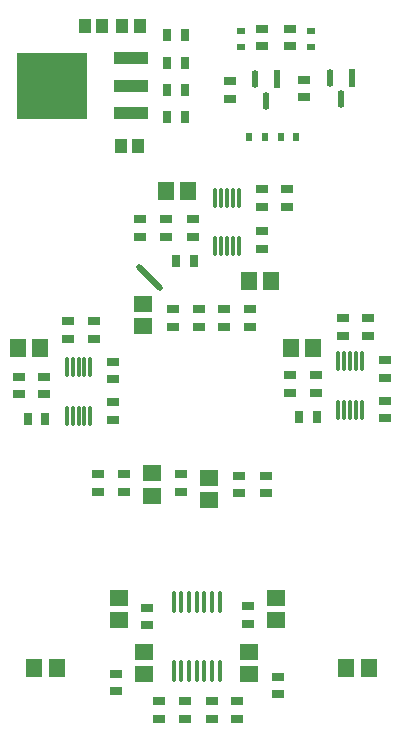
<source format=gtp>
G04*
G04 #@! TF.GenerationSoftware,Altium Limited,Altium Designer,23.0.1 (38)*
G04*
G04 Layer_Color=8421504*
%FSLAX44Y44*%
%MOMM*%
G71*
G04*
G04 #@! TF.SameCoordinates,4F8D76B3-19B9-4F14-BD17-49225F6037FE*
G04*
G04*
G04 #@! TF.FilePolarity,Positive*
G04*
G01*
G75*
%ADD14R,1.5000X1.4000*%
%ADD15R,1.0000X0.8000*%
G04:AMPARAMS|DCode=16|XSize=1.5242mm|YSize=0.578mm|CornerRadius=0.289mm|HoleSize=0mm|Usage=FLASHONLY|Rotation=270.000|XOffset=0mm|YOffset=0mm|HoleType=Round|Shape=RoundedRectangle|*
%AMROUNDEDRECTD16*
21,1,1.5242,0.0000,0,0,270.0*
21,1,0.9463,0.5780,0,0,270.0*
1,1,0.5780,0.0000,-0.4731*
1,1,0.5780,0.0000,0.4731*
1,1,0.5780,0.0000,0.4731*
1,1,0.5780,0.0000,-0.4731*
%
%ADD16ROUNDEDRECTD16*%
%ADD17R,0.5780X1.5242*%
%ADD18R,0.8000X0.6000*%
%ADD19O,0.3000X1.7000*%
%ADD20R,1.4000X1.5000*%
%ADD21R,5.9500X5.5500*%
%ADD22R,2.8500X1.0000*%
%ADD23R,0.8000X1.0000*%
%ADD24O,0.3500X2.0000*%
%ADD25R,0.6000X0.8000*%
%ADD26R,1.0057X1.3082*%
%ADD27C,0.5080*%
D14*
X133350Y230530D02*
D03*
Y249530D02*
D03*
X238460Y124910D02*
D03*
Y143910D02*
D03*
X105110Y124910D02*
D03*
Y143910D02*
D03*
X126700Y98190D02*
D03*
Y79190D02*
D03*
X215600Y98190D02*
D03*
Y79190D02*
D03*
X125730Y393040D02*
D03*
Y374040D02*
D03*
X181610Y245720D02*
D03*
Y226720D02*
D03*
D15*
X199390Y581540D02*
D03*
Y566540D02*
D03*
X261620Y582810D02*
D03*
Y567810D02*
D03*
X167640Y449580D02*
D03*
Y464580D02*
D03*
X226060Y490100D02*
D03*
Y475100D02*
D03*
X330200Y330320D02*
D03*
Y345320D02*
D03*
Y296150D02*
D03*
Y311150D02*
D03*
X316230Y365880D02*
D03*
Y380880D02*
D03*
X294640Y365880D02*
D03*
Y380880D02*
D03*
X271780Y332620D02*
D03*
Y317620D02*
D03*
X102870Y64890D02*
D03*
Y79890D02*
D03*
X240030Y62350D02*
D03*
Y77350D02*
D03*
X250190Y625990D02*
D03*
Y610990D02*
D03*
X226060Y625990D02*
D03*
Y610990D02*
D03*
X62230Y363340D02*
D03*
Y378340D02*
D03*
X83820Y363340D02*
D03*
Y378340D02*
D03*
X100330Y309880D02*
D03*
Y294880D02*
D03*
Y344050D02*
D03*
Y329050D02*
D03*
X20320Y331350D02*
D03*
Y316350D02*
D03*
X41910Y331350D02*
D03*
Y316350D02*
D03*
X250190Y332620D02*
D03*
Y317620D02*
D03*
X129240Y135680D02*
D03*
Y120680D02*
D03*
X214330Y136830D02*
D03*
Y121830D02*
D03*
X205440Y56820D02*
D03*
Y41820D02*
D03*
X139400Y56820D02*
D03*
Y41820D02*
D03*
X183850Y56820D02*
D03*
Y41820D02*
D03*
X160990Y56820D02*
D03*
Y41820D02*
D03*
X144780Y464700D02*
D03*
Y449700D02*
D03*
X247650Y474980D02*
D03*
Y489980D02*
D03*
X123190Y464700D02*
D03*
Y449700D02*
D03*
X226060Y454420D02*
D03*
Y439420D02*
D03*
X215900Y388500D02*
D03*
Y373500D02*
D03*
X172720Y388500D02*
D03*
Y373500D02*
D03*
X151130Y388500D02*
D03*
Y373500D02*
D03*
X207010Y247530D02*
D03*
Y232530D02*
D03*
X229870Y247530D02*
D03*
Y232530D02*
D03*
X194310Y388500D02*
D03*
Y373500D02*
D03*
X87630Y233800D02*
D03*
Y248800D02*
D03*
X109220Y248800D02*
D03*
Y233800D02*
D03*
X157480Y248800D02*
D03*
Y233800D02*
D03*
D16*
X229870Y564938D02*
D03*
X220370Y583142D02*
D03*
X293370Y566208D02*
D03*
X283870Y584412D02*
D03*
D17*
X239370Y583142D02*
D03*
X302870Y584412D02*
D03*
D18*
X208280Y610720D02*
D03*
Y623720D02*
D03*
X267970Y610720D02*
D03*
Y623720D02*
D03*
D19*
X206850Y482780D02*
D03*
X201850D02*
D03*
X196850D02*
D03*
X191850D02*
D03*
X186850D02*
D03*
X206850Y441780D02*
D03*
X201850D02*
D03*
X196850D02*
D03*
X191850D02*
D03*
X186850D02*
D03*
X290990Y303350D02*
D03*
X295990D02*
D03*
X300990D02*
D03*
X305990D02*
D03*
X310990D02*
D03*
X290990Y344350D02*
D03*
X295990D02*
D03*
X300990D02*
D03*
X305990D02*
D03*
X310990D02*
D03*
X61120Y298270D02*
D03*
X66120D02*
D03*
X71120D02*
D03*
X76120D02*
D03*
X81120D02*
D03*
X61120Y339270D02*
D03*
X66120D02*
D03*
X71120D02*
D03*
X76120D02*
D03*
X81120D02*
D03*
D20*
X33680Y85090D02*
D03*
X52680D02*
D03*
X250850Y355600D02*
D03*
X269850D02*
D03*
X215290Y412750D02*
D03*
X234290D02*
D03*
X297840Y85090D02*
D03*
X316840D02*
D03*
X19710Y355600D02*
D03*
X38710D02*
D03*
X144780Y488950D02*
D03*
X163780D02*
D03*
D21*
X48260Y577850D02*
D03*
D22*
X115760Y600750D02*
D03*
Y577850D02*
D03*
Y554950D02*
D03*
D23*
X272930Y297180D02*
D03*
X257930D02*
D03*
X161170Y574040D02*
D03*
X146170D02*
D03*
X43060Y295910D02*
D03*
X28060D02*
D03*
X161170Y596900D02*
D03*
X146170D02*
D03*
X161170Y551180D02*
D03*
X146170D02*
D03*
X161170Y621030D02*
D03*
X146170D02*
D03*
X168790Y429260D02*
D03*
X153790D02*
D03*
D24*
X190650Y140550D02*
D03*
X184150D02*
D03*
X177650D02*
D03*
X171150D02*
D03*
X164650D02*
D03*
X158150D02*
D03*
X151650D02*
D03*
X190650Y82550D02*
D03*
X184150D02*
D03*
X177650D02*
D03*
X171150D02*
D03*
X164650D02*
D03*
X158150D02*
D03*
X151650D02*
D03*
D25*
X228750Y534670D02*
D03*
X215750D02*
D03*
X242420D02*
D03*
X255420D02*
D03*
D26*
X108308Y628650D02*
D03*
X122832D02*
D03*
X91082D02*
D03*
X76558D02*
D03*
X121562Y527050D02*
D03*
X107038D02*
D03*
D27*
X121968Y424132D02*
X139700Y406400D01*
M02*

</source>
